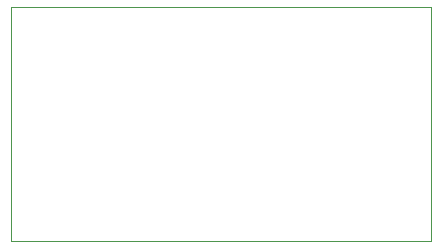
<source format=gm1>
%TF.GenerationSoftware,KiCad,Pcbnew,(6.0.2)*%
%TF.CreationDate,2022-05-02T21:41:20-07:00*%
%TF.ProjectId,hcms_dot_display_bottom,68636d73-5f64-46f7-945f-646973706c61,rev?*%
%TF.SameCoordinates,Original*%
%TF.FileFunction,Profile,NP*%
%FSLAX46Y46*%
G04 Gerber Fmt 4.6, Leading zero omitted, Abs format (unit mm)*
G04 Created by KiCad (PCBNEW (6.0.2)) date 2022-05-02 21:41:20*
%MOMM*%
%LPD*%
G01*
G04 APERTURE LIST*
%TA.AperFunction,Profile*%
%ADD10C,0.100000*%
%TD*%
G04 APERTURE END LIST*
D10*
X162750000Y-109920000D02*
X198310000Y-109920000D01*
X198310000Y-109920000D02*
X198310000Y-129730000D01*
X198310000Y-129730000D02*
X162750000Y-129730000D01*
X162750000Y-129730000D02*
X162750000Y-109920000D01*
M02*

</source>
